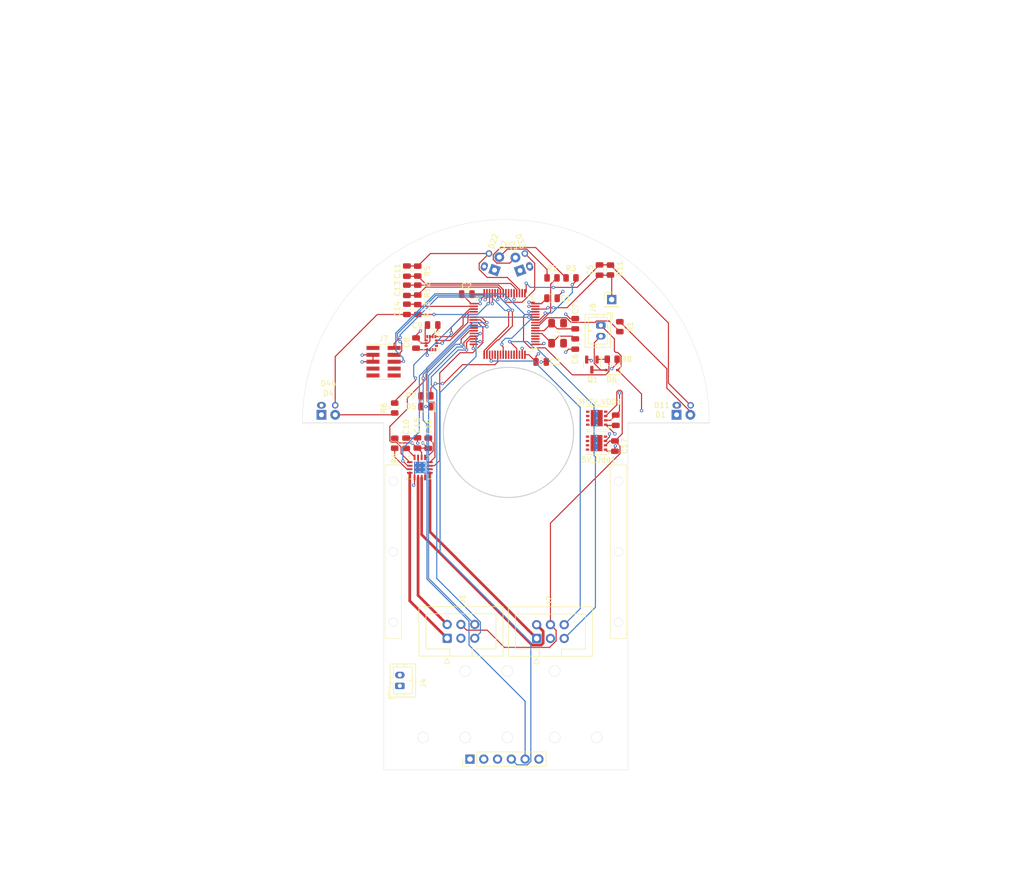
<source format=kicad_pcb>
(kicad_pcb (version 20240108) (generator "pcbnew") (generator_version "8.0")
  (layers (0 "F.Cu" signal) (1 "In1.Cu" signal) (2 "In2.Cu" signal) (31 "B.Cu" signal) (34 "B.Paste" user) (35 "F.Paste" user) (36 "B.SilkS" user "B.Silkscreen") (37 "F.SilkS" user "F.Silkscreen") (38 "B.Mask" user) (39 "F.Mask" user) (44 "Edge.Cuts" user))
  (net 0 "")
  (net 1 "VDD")
  (net 2 "GND")
  (net 3 "Net-(U5-Vdd_IO)")
  (net 4 "Net-(U6-PA2)")
  (net 5 "/FAULT")
  (net 6 "Net-(U4-VINT)")
  (net 7 "Net-(U4-VCP)")
  (net 8 "/motor2__n")
  (net 9 "/TIM1_CH4")
  (net 10 "/TIM1_CH1")
  (net 11 "/motor2__p")
  (net 12 "Net-(U4-~{SLEEP})")
  (net 13 "/TIM1_CH3")
  (net 14 "/TIM1_CH2")
  (net 16 "/SPI2_MISO")
  (net 17 "/CS")
  (net 18 "/SPI2_MOSI")
  (net 21 "/SPI2_SCK")
  (net 26 "Net-(U6-PA6)")
  (net 27 "Net-(U6-PB1)")
  (net 29 "Net-(U6-PB12)")
  (net 42 "/TIM3_CH4")
  (net 43 "/TIM3_CH1")
  (net 44 "/TIM3_CH3")
  (net 45 "/TIM3_CH2")
  (net 46 "Net-(U6-PF0)")
  (net 47 "Net-(U6-PF1)")
  (net 48 "Net-(D1-A)")
  (net 49 "Net-(D22-A)")
  (net 50 "Net-(D33-A)")
  (net 51 "Net-(D44-A)")
  (net 52 "Net-(D11-A)")
  (net 53 "/motor1__p")
  (net 54 "/motor1__n")
  (net 55 "Udd")
  (net 56 "/motor1_chB")
  (net 57 "/motor1_chA")
  (net 58 "/motor2_chA")
  (net 59 "/motor2_chB")
  (net 61 "/5V")
  (net 62 "/CTS")
  (net 63 "/RTS")
  (net 69 "/SYS_JTDO-SWO")
  (net 70 "/SYS_JTCK-SWCLK")
  (net 71 "/SYS_JTMS-SWDIO")
  (net 72 "/USART1_TX")
  (net 73 "/USART1_RX")
  (net 74 "Net-(D5-A)")
  (net 75 "Net-(U6-PC12)")
  (net 76 "/TIM5_CH1")
  (net 77 "Net-(D6-A)")
  (net 78 "Vdrive")
  (net 79 "Net-(D2-A)")
  (net 80 "Net-(D3-A)")
  (net 81 "Net-(D4-A)")
  (footprint "Capacitor_SMD:C_0805_2012Metric" (layer "F.Cu") (at 163.25 54.75 180)
    (property "Reference" "C1")
    (property "Value" "4.7uF")
  )
  (footprint "Package_SON:WSON-8-1EP_4x4mm_P0.8mm_EP2.2x3mm_ThermalVias" (layer "F.Cu") (at 171.45 81.475 180)
    (property "Reference" "5V_Udd1")
    (property "Value" "TLV1117-50")
  )
  (footprint "Resistor_SMD:R_0805_2012Metric" (layer "F.Cu") (at 175.75 60 90)
    (property "Reference" "R1")
    (property "Value" "140")
  )
  (footprint "Package_QFP:LQFP-64_10x10mm_P0.5mm" (layer "F.Cu") (at 154.5 59.5 180)
    (property "Reference" "U6" (hide yes))
    (property "Value" "STM32G484RETx" (hide yes))
  )
  (footprint "Package_TO_SOT_THT:TO-18-2" (layer "F.Cu") (at 159.118731 48.886819 110)
    (property "Reference" "D33")
    (property "Value" "BPW24R")
  )
  (footprint "myCustomFootprints:ECX-53BSMD CRYSTAL" (layer "F.Cu") (at 163.175 59.349938 -90)
    (property "Reference" "Y1")
    (property "Value" "ECS-240-10-30B-CKM-TR" (hide yes))
  )
  (footprint "Resistor_SMD:R_0805_2012Metric" (layer "F.Cu") (at 166.75 51 180)
    (property "Reference" "R3")
    (property "Value" "140")
  )
  (footprint "Capacitor_SMD:C_0805_2012Metric" (layer "F.Cu") (at 138.1837 63.015899 -90)
    (property "Reference" "C8")
    (property "Value" "0.1uF")
  )
  (footprint "Capacitor_SMD:C_0805_2012Metric" (layer "F.Cu") (at 161.25 66.5 180)
    (property "Reference" "C3")
    (property "Value" "10nF")
  )
  (footprint "Package_TO_SOT_THT:TO-18-2" (layer "F.Cu") (at 120.75 74.5)
    (property "Reference" "D44")
    (property "Value" "BPW24R")
  )
  (footprint "Resistor_SMD:R_0805_2012Metric" (layer "F.Cu") (at 174.01875 49.55 -90)
    (property "Reference" "R11")
    (property "Value" "27500")
  )
  (footprint "Resistor_SMD:R_0805_2012Metric" (layer "F.Cu") (at 134.25 81.5 -90)
    (property "Reference" "R4")
    (property "Value" "75K")
  )
  (footprint "Capacitor_SMD:C_0805_2012Metric" (layer "F.Cu") (at 136.5 56.8 90)
    (property "Reference" "C14")
    (property "Value" "8pF")
  )
  (footprint "LED_SMD:LED_0805_2012Metric" (layer "F.Cu") (at 140 74.75 180)
    (property "Reference" "D5")
    (property "Value" "LED")
  )
  (footprint "Resistor_SMD:R_0805_2012Metric" (layer "F.Cu") (at 138.5 56.8375 90)
    (property "Reference" "R13")
    (property "Value" "27500")
  )
  (footprint "Capacitor_SMD:C_0805_2012Metric" (layer "F.Cu") (at 136.5 53.2875 90)
    (property "Reference" "C13")
    (property "Value" "8pF")
  )
  (footprint "LED_THT:LED_D5.0mm" (layer "F.Cu") (at 152.660972 49.566639 70)
    (property "Reference" "D2")
    (property "Value" "IR333-A")
  )
  (footprint "Capacitor_SMD:C_0805_2012Metric" (layer "F.Cu") (at 140.44375 81.49375 90)
    (property "Reference" "C16")
    (property "Value" "0.01uF")
  )
  (footprint "Connector_IDC:IDC-Header_2x03_P2.54mm_Vertical" (layer "F.Cu") (at 160.42 117.5 90)
    (property "Reference" "J2")
    (property "Value" "motor2")
  )
  (footprint "Capacitor_SMD:C_0805_2012Metric" (layer "F.Cu") (at 175 77.25 90)
    (property "Reference" "C12" (hide yes))
    (property "Value" "100uF")
  )
  (footprint "Capacitor_SMD:C_0805_2012Metric" (layer "F.Cu") (at 172.01875 49.55 -90)
    (property "Reference" "C5")
    (property "Value" "8pF")
  )
  (footprint "Connector_JST:JST_PH_B2B-PH-K_1x02_P2.00mm_Vertical" (layer "F.Cu") (at 172.250001 59.750002 -90)
    (property "Reference" "J6")
    (property "Value" "B2B-PH-K-S")
  )
  (footprint "Resistor_SMD:R_0805_2012Metric" (layer "F.Cu") (at 138.5 49.75 -90)
    (property "Reference" "R5")
    (property "Value" "27500")
  )
  (footprint "Connector_PinHeader_2.54mm:PinHeader_1x06_P2.54mm_Vertical" (layer "F.Cu") (at 148.13 139.75 90)
    (property "Reference" "J3" (hide yes))
    (property "Value" "Conn_01x06_Pin")
  )
  (footprint "Capacitor_SMD:C_0805_2012Metric" (layer "F.Cu") (at 167.525 59.449938 -90)
    (property "Reference" "C7")
    (property "Value" "34pF")
  )
  (footprint "Package_TO_SOT_SMD:SOT-23" (layer "F.Cu") (at 170.59375 67.00625 -90)
    (property "Reference" "Q1")
    (property "Value" "2N7002K")
  )
  (footprint "LED_THT:LED_D5.0mm" (layer "F.Cu") (at 157.368731 49.636819 110)
    (property "Reference" "D3")
    (property "Value" "IR333-A")
  )
  (footprint "Capacitor_SMD:C_0805_2012Metric" (layer "F.Cu") (at 138.44375 81.44375 -90)
    (property "Reference" "C15")
    (property "Value" "10uF")
  )
  (footprint "myCustomFootprints:LGA-14L_2P5X3X0P83_STM" (layer "F.Cu") (at 141 63.0397 -90)
    (property "Reference" "U5" (hide yes))
    (property "Value" "ISM330IS")
  )
  (footprint "Resistor_SMD:R_0805_2012Metric" (layer "F.Cu") (at 134.25 75 -90)
    (property "Reference" "R6")
    (property "Value" "140")
  )
  (footprint "Capacitor_SMD:C_0805_2012Metric" (layer "F.Cu") (at 174.85 82.025 90)
    (property "Reference" "C17")
    (property "Value" "100uF")
  )
  (footprint "Diode_SMD:D_SOD-323" (layer "F.Cu") (at 174.29375 68.00625 180)
    (property "Reference" "D6")
    (property "Value" "BAS16HT1G")
  )
  (footprint "Package_TO_SOT_THT:TO-18-2" (layer "F.Cu") (at 150.760809 48.896079 70)
    (property "Reference" "D22")
    (property "Value" "BPW24R")
  )
  (footprint "Connector_JST:JST_PH_B2B-PH-K_1x02_P2.00mm_Vertical" (layer "F.Cu") (at 135.200002 126.250002 90)
    (property "Reference" "J4")
    (property "Value" "B2B-PH-K-S")
  )
  (footprint "Capacitor_SMD:C_0805_2012Metric" (layer "F.Cu") (at 147.55 54)
    (property "Reference" "C2")
    (property "Value" "0.1uF")
  )
  (footprint "Capacitor_SMD:C_0805_2012Metric" (layer "F.Cu") (at 136.5 49.75 -90)
    (property "Reference" "C11")
    (property "Value" "8pF")
  )
  (footprint "Capacitor_SMD:C_0805_2012Metric" (layer "F.Cu") (at 141.25 59.697459 180)
    (property "Reference" "C9")
    (property "Value" "0.1uF")
  )
  (footprint "Capacitor_SMD:C_0805_2012Metric" (layer "F.Cu") (at 167.525 63.199938 -90)
    (property "Reference" "C6")
    (property "Value" "34pF")
  )
  (footprint "Package_SON:WSON-8-1EP_4x4mm_P0.8mm_EP2.2x3mm_ThermalVias" (layer "F.Cu") (at 171.49 76.875 180)
    (property "Reference" "3P3V_VDD1")
    (property "Value" "TLV1117-33")
  )
  (footprint "Connector_PinHeader_2.54mm:PinHeader_1x01_P2.54mm_Vertical" (layer "F.Cu") (at 174.25 55)
    (property "Reference" "TP1" (hide yes))
    (property "Value" "TestPoint")
  )
  (footprint "Package_TO_SOT_THT:TO-18-2" (layer "F.Cu") (at 186.255276 74.5)
    (property "Reference" "D11")
    (property "Value" "BPW24R")
  )
  (footprint "Resistor_SMD:R_0805_2012Metric" (layer "F.Cu") (at 140 72.75 180)
    (property "Reference" "R7")
    (property "Value" "1K")
  )
  (footprint "Capacitor_SMD:C_0805_2012Metric" (layer "F.Cu") (at 136.35625 81.49375 90)
    (property "Reference" "C10")
    (property "Value" "2.2uF")
  )
  (footprint "Connector_PinHeader_1.27mm:PinHeader_2x05_P1.27mm_Vertical_SMD" (layer "F.Cu") (at 132.200002 66.460003)
    (property "Reference" "J7")
    (property "Value" "Conn_ARM_JTAG_SWD_10")
  )
  (footprint "Connector_IDC:IDC-Header_2x03_P2.54mm_Vertical" (layer "F.Cu") (at 143.92 117.46 90)
    (property "Reference" "J1")
    (property "Value" "motor1")
  )
  (footprint "LED_THT:LED_D5.0mm" (layer "F.Cu") (at 186.21 76.25)
    (property "Reference" "D1")
    (property "Value" "IR333-A")
  )
  (footprint "Package_DFN_QFN:Texas_RTY_WQFN-16-1EP_4x4mm_P0.65mm_EP2.1x2.1mm_ThermalVias" (layer "F.Cu") (at 138.8875 85.96875 90)
    (property "Reference" "U4" (hide yes))
    (property "Value" "DRV8833RTY")
  )
  (footprint "Resistor_SMD:R_0805_2012Metric" (layer "F.Cu") (at 138.5 53.25 90)
    (property "Reference" "R12")
    (property "Value" "27500")
  )
  (footprint "Resistor_SMD:R_0805_2012Metric" (layer "F.Cu") (at 163.25 51 180)
    (property "Reference" "R2")
    (property "Value" "140")
  )
  (footprint "LED_THT:LED_D5.0mm" (layer "F.Cu") (at 120.75 76.25)
    (property "Reference" "D4")
    (property "Value" "IR333-A")
  )
  (footprint "Resistor_SMD:R_0805_2012Metric" (layer "F.Cu") (at 174.34375 66.00625)
    (property "Reference" "R8")
    (property "Value" "1K")
  )
  (gr_poly (pts (xy 176.999998 117.500001) (xy 173.999999 117.500003) (xy 174 85.500007) (xy 177 85.500001)) (stroke (width 0.1)) (fill none) (layer "F.SilkS"))
  (gr_rect (start 132.5 85.5) (end 135.5 117.5) (stroke (width 0.1)) (fill none) (layer "F.SilkS"))
  (gr_circle (center 147.25 123.5) (end 148.252 123.5) (stroke (width 0.05)) (fill none) (layer "Edge.Cuts"))
  (gr_circle (center 139.5 135.748) (end 140.502 135.748) (stroke (width 0.05)) (fill none) (layer "Edge.Cuts"))
  (gr_circle (center 163.75 123.5) (end 164.752 123.5) (stroke (width 0.05)) (fill none) (layer "Edge.Cuts"))
  (gr_arc (start 117.25 77.75) (mid 154.75 40.25) (end 192.25 77.75) (stroke (width 0.05)) (layer "Edge.Cuts"))
  (gr_circle (center 147.25 135.748) (end 148.252 135.748) (stroke (width 0.05)) (fill none) (layer "Edge.Cuts"))
  (gr_circle (center 155 135.748) (end 156.002 135.748) (stroke (width 0.05)) (fill none) (layer "Edge.Cuts"))
  (gr_circle (center 134 114.5) (end 134.8 114.5) (stroke (width 0.05)) (fill none) (layer "Edge.Cuts"))
  (gr_circle (center 155.226586 79.5) (end 167.226586 79.5) (stroke (width 0.2)) (fill none) (layer "Edge.Cuts"))
  (gr_circle (center 134 88.5) (end 134.8 88.5) (stroke (width 0.05)) (fill none) (layer "Edge.Cuts"))
  (gr_circle (center 163.75 135.748) (end 164.752 135.748) (stroke (width 0.05)) (fill none) (layer "Edge.Cuts"))
  (gr_circle (center 155 123.5) (end 156.002 123.5) (stroke (width 0.05)) (fill none) (layer "Edge.Cuts"))
  (gr_circle (center 175.500001 114.500002) (end 174.699994 114.499998) (stroke (width 0.05)) (fill none) (layer "Edge.Cuts"))
  (gr_circle (center 175.499999 88.500001) (end 174.699998 88.500001) (stroke (width 0.05)) (fill none) (layer "Edge.Cuts"))
  (gr_circle (center 134 101.5) (end 134.8 101.5) (stroke (width 0.05)) (fill none) (layer "Edge.Cuts"))
  (gr_circle (center 171.5 135.748) (end 172.502 135.748) (stroke (width 0.05)) (fill none) (layer "Edge.Cuts"))
  (gr_line (start 132.25 141.75) (end 177.25 141.75) (stroke (width 0.05)) (layer "Edge.Cuts"))
  (gr_line (start 177.25 77.75) (end 192.25 77.75) (stroke (width 0.1)) (layer "Edge.Cuts"))
  (gr_line (start 117.25 77.75) (end 132.25 77.75) (stroke (width 0.1)) (layer "Edge.Cuts"))
  (gr_circle (center 175.500001 101.500001) (end 174.7 101.500002) (stroke (width 0.05)) (fill none) (layer "Edge.Cuts"))
  (gr_line (start 177.25 77.75) (end 177.25 141.75) (stroke (width 0.05)) (layer "Edge.Cuts"))
  (gr_line (start 132.25 77.75) (end 132.25 141.75) (stroke (width 0.05)) (layer "Edge.Cuts"))
  (segment (start 159.925 55.5) (end 160.175 55.75) (width 0.2) (layer "F.Cu") (net 1))
  (segment (start 159 55.5) (end 159.925 55.5) (width 0.2) (layer "F.Cu") (net 1))
  (segment (start 162.3 54.75) (end 161.3 55.75) (width 0.2) (layer "F.Cu") (net 1))
  (segment (start 150.75 54.299997) (end 150.75 53.825) (width 0.2) (layer "F.Cu") (net 1))
  (segment (start 138.467801 64.25) (end 138.1837 63.965899) (width 0.2) (layer "F.Cu") (net 1))
  (segment (start 140.249999 65.249998) (end 140.250001 65.25) (width 0.2) (layer "F.Cu") (net 1))
  (segment (start 160.3 66.5) (end 158.975 65.175) (width 0.2) (layer "F.Cu") (net 1))
  (segment (start 150.575 54) (end 150.75 53.825) (width 0.2) (layer "F.Cu") (net 1))
  (segment (start 174.025 77.275) (end 175 76.3) (width 0.2) (layer "F.Cu") (net 1))
  (segment (start 175.69 72.25) (end 175.69 75.61) (width 0.2) (layer "F.Cu") (net 1))
  (segment (start 148.75 63.325) (end 148.825 63.25) (width 0.2) (layer "F.Cu") (net 1))
  (segment (start 148.75 64) (end 148.75 63.325) (width 0.2) (layer "F.Cu") (net 1))
  (segment (start 161.6 63.25) (end 161.75 63.1) (width 0.2) (layer "F.Cu") (net 1))
  (segment (start 140.249999 64.25) (end 138.467801 64.25) (width 0.2) (layer "F.Cu") (net 1))
  (segment (start 152.25 53.825) (end 152.25 55.75) (width 0.2) (layer "F.Cu") (net 1))
  (segment (start 160.3 65.45) (end 160.75 65) (width 0.2) (layer "F.Cu") (net 1))
  (segment (start 140.249999 64.25) (end 140.249999 65.249998) (width 0.2) (layer "F.Cu") (net 1))
  (segment (start 158.975 65.175) (end 158.25 65.175) (width 0.2) (layer "F.Cu") (net 1))
  (segment (start 161.3 55.75) (end 160.175 55.75) (width 0.2) (layer "F.Cu") (net 1))
  (segment (start 148.5 54) (end 150.575 54) (width 0.2) (layer "F.Cu") (net 1))
  (segment (start 160.3 66.5) (end 160.3 65.45) (width 0.2) (layer "F.Cu") (net 1))
  (segment (start 175.69 75.61) (end 175 76.3) (width 0.2) (layer "F.Cu") (net 1))
  (segment (start 150 55.049997) (end 150.75 54.299997) (width 0.2) (layer "F.Cu") (net 1))
  (segment (start 173.14 77.275) (end 174.025 77.275) (width 0.2) (layer "F.Cu") (net 1))
  (segment (start 160.175 63.25) (end 161.6 63.25) (width 0.2) (layer "F.Cu") (net 1))
  (via (at 160.75 65) (size 0.6) (drill 0.3) (layers "F.Cu" "B.Cu") (net 1))
  (via (at 148.75 64) (size 0.6) (drill 0.3) (layers "F.Cu" "B.Cu") (net 1))
  (via (at 150 55.049997) (size 0.6) (drill 0.3) (layers "F.Cu" "B.Cu") (net 1))
  (via (at 175.69 72.25) (size 0.6) (drill 0.3) (layers "F.Cu" "B.Cu") (net 1))
  (via (at 159 55.5) (size 0.6) (drill 0.3) (layers "F.Cu" "B.Cu") (net 1))
  (via (at 152.25 55.75) (size 0.6) (drill 0.3) (layers "F.Cu" "B.Cu") (net 1))
  (via (at 140.250001 65.25) (size 0.6) (drill 0.3) (layers "F.Cu" "B.Cu") (net 1))
  (via (at 161.75 63.1) (size 0.6) (drill 0.3) (layers "F.Cu" "B.Cu") (net 1))
  (segment (start 175.25625 66.00625) (end 175.25625 66.74375) (width 0.2) (layer "F.Cu") (net 2))
  (segment (start 148.825 55.75) (end 150 55.75) (width 0.2) (layer "F.Cu") (net 2))
  (segment (start 130.250005 65.190006) (end 128.309994 65.190006) (width 0.2) (layer "F.Cu") (net 2))
  (segment (start 173.4 82.975) (end 173.1 82.675) (width 0.2) (layer "F.Cu") (net 2))
  (segment (start 146.6 54) (end 148.35 55.75) (width 0.2) (layer "F.Cu") (net 2))
  (segment (start 154.75 53.825) (end 154.75 55) (width 0.2) (layer "F.Cu") (net 2))
  (segment (start 136.35625 80.54375) (end 138.39375 80.54375) (width 0.2) (layer "F.Cu") (net 2))
  (segment (start 142.2 59.697459) (end 142.2 59.7397) (width 0.2) (layer "F.Cu") (net 2))
  (segment (start 148.825 62.75) (end 150 62.75) (width 0.2) (layer "F.Cu") (net 2))
  (segment (start 137.9125 89.0875) (end 137.75 89.25) (width 0.2) (layer "F.Cu") (net 2))
  (segment (start 139.8625 87.83125) (end 139.8625 86.94375) (width 0.2) (layer "F.Cu") (net 2))
  (segment (start 130.250005 65.190006) (end 130.250004 66.460003) (width 0.2) (layer "F.Cu") (net 2))
  (segment (start 162.2 66.5) (end 161.25 66.5) (width 0.2) (layer "F.Cu") (net 2))
  (segment (start 138.1837 62.065899) (end 139.157501 63.0397) (width 0.2) (layer "F.Cu") (net 2))
  (segment (start 140.0437 63.0397) (end 140.0437 63.539699) (width 0.2) (layer "F.Cu") (net 2))
  (segment (start 166.325 64.149938) (end 165.775 64.699938) (width 0.2) (layer "F.Cu") (net 2))
  (segment (start 148.35 55.75) (end 148.825 55.75) (width 0.2) (layer "F.Cu") (net 2))
  (segment (start 140.9375 74.75) (end 140 74.75) (width 0.2) (layer "F.Cu") (net 2))
  (segment (start 137.9125 86.94375) (end 138.0875 86.76875) (width 0.2) (layer "F.Cu") (net 2))
  (segment (start 156.25 53.825) (end 156.25 55) (width 0.2) (layer "F.Cu") (net 2))
  (segment (start 174.85 82.975) (end 173.4 82.975) (width 0.2) (layer "F.Cu") (net 2))
  (segment (start 140.75 62.697459) (end 140.75 61.8294) (width 0.2) (layer "F.Cu") (net 2))
  (segment (start 138.39375 80.54375) (end 138.44375 80.49375) (width 0.2) (layer "F.Cu") (net 2))
  (segment (start 164.2 54.75) (end 164.2 54.55) (width 0.2) (layer "F.Cu") (net 2))
  (segment (start 128.289997 66.460003) (end 128.25 66.5) (width 0.2) (layer "F.Cu") (net 2))
  (segment (start 137.9125 87.83125) (end 137.9125 89.0875) (width 0.2) (layer "F.Cu") (net 2))
  (segment (start 173.265 78.2) (end 173.14 78.075) (width 0.2) (layer "F.Cu") (net 2))
  (segment (start 173.14 78.075) (end 174.84 79.775) (width 0.2) (layer "F.Cu") (net 2))
  (segment (start 139.8625 86.94375) (end 139.6875 86.76875) (width 0.2) (layer "F.Cu") (net 2))
  (segment (start 138.44375 80.49375) (end 138.44375 81.4375) (width 0.2) (layer "F.Cu") (net 2))
  (segment (start 167.525 58.499938) (end 166.575 58.499938) (width 0.2) (layer "F.Cu") (net 2))
  (segment (start 151.25 54.709909) (end 151.25 53.825) (width 0.2) (layer "F.Cu") (net 2))
  (segment (start 138.44375 81.4375) (end 138.5 81.49375) (width 0.2) (layer "F.Cu") (net 2))
  (segment (start 175.25625 66.74375) (end 174.24375 67.75625) (width 0.2) (layer "F.Cu") (net 2))
  (segment (start 153.25 53.825) (end 153.25 55) (width 0.2) (layer "F.Cu") (net 2))
  (segment (start 174.85 82.975) (end 174.85 82.09) (width 0.2) (layer "F.Cu") (net 2))
  (segment (start 142.2 60.5897) (end 142.2 59.697459) (width 0.2) (layer "F.Cu") (net 2))
  (segment (start 138.5625 84.84375) (end 138.8875 85.16875) (width 0.2) (layer "F.Cu") (net 2))
  (segment (start 141.25 61.5397) (end 142.2 60.5897) (width 0.2) (layer "F.Cu") (net 2))
  (segment (start 138.1837 61.606) (end 139 60.7897) (width 0.2) (layer "F.Cu") (net 2))
  (segment (start 140.407759 63.0397) (end 140.75 62.697459) (width 0.2) (layer "F.Cu") (net 2))
  (segment (start 140.0437 63.0397) (end 140.407759 63.0397) (width 0.2) (layer "F.Cu") (net 2))
  (segment (start 160.175 57.25) (end 159 57.25) (width 0.2) (layer "F.Cu") (net 2))
  (segment (start 128.309994 65.190006) (end 128.25 65.25) (width 0.2) (layer "F.Cu") (net 2))
  (segment (start 139.157501 63.0397) (end 140.0437 63.0397) (width 0.2) (layer "F.Cu") (net 2))
  (segment (start 175 78.2) (end 173.265 78.2) (width 0.2) (layer "F.Cu") (net 2))
  (segment (start 138.1837 62.065899) (end 138.1837 61.606) (width 0.2) (layer "F.Cu") (net 2))
  (segment (start 164.2 54.55) (end 165.25 53.5) (width 0.2) (layer "F.Cu") (net 2))
  (segment (start 174.85 82.09) (end 174.94 82) (width 0.2) (layer "F.Cu") (net 2))
  (segment (start 167.525 64.149938) (end 166.325 64.149938) (width 0.2) (layer "F.Cu") (net 2))
  (segment (start 157.75 65.175) (end 157.75 64) (width 0.2) (layer "F.Cu") (net 2))
  (segment (start 150.927477 55.032432) (end 151.25 54.709909) (width 0.2) (layer "F.Cu") (net 2))
  (segment (start 174.84 79.775) (end 174.85 79.775) (width 0.2) (layer "F.Cu") (net 2))
  (segment (start 137.9125 87.83125) (end 137.9125 86.94375) (width 0.2) (layer "F.Cu") (net 2))
  (segment (start 130.250004 66.460003) (end 128.289997 66.460003) (width 0.2) (layer "F.Cu") (net 2))
  (segment (start 140.75 61.8294) (end 141.25 61.8294) (width 0.2) (layer "F.Cu") (net 2))
  (segment (start 166.575 58.499938) (end 165.775 57.699938) (width 0.2) (layer "F.Cu") (net 2))
  (segment (start 138.5625 84.10625) (end 138.5625 84.84375) (width 0.2) (layer "F.Cu") (net 2))
  (segment (start 170.30625 66.06875) (end 170.49375 66.25625) (width 0.2) (layer "F.Cu") (net 2))
  (segment (start 141.25 61.8294) (end 141.25 61.5397) (width 0.2) (layer "F.Cu") (net 2))
  (segment (start 169.64375 66.06875) (end 170.30625 66.06875) (width 0.2) (layer "F.Cu") (net 2))
  (segment (start 160.175 56.25) (end 159 56.25) (width 0.2) (layer "F.Cu") (net 2))
  (via (at 138.5 81.49375) (size 0.6) (drill 0.3) (layers "F.Cu" "B.Cu") (net 2))
  (via (at 153.25 55) (size 0.6) (drill 0.3) (layers "F.Cu" "B.Cu") (net 2))
  (via (at 170.49375 66.25625) (size 0.6) (drill 0.3) (layers "F.Cu" "B.Cu") (net 2))
  (via (at 174.24375 67.75625) (size 0.6) (drill 0.3) (layers "F.Cu" "B.Cu") (net 2))
  (via (at 137.75 89.25) (size 0.6) (drill 0.3) (layers "F.Cu" "B.Cu") (net 2))
  (via (at 159 57.25) (size 0.6) (drill 0.3) (layers "F.Cu" "B.Cu") (net 2))
  (via (at 161.25 66.5) (size 0.6) (drill 0.3) (layers "F.Cu" "B.Cu") (net 2))
  (via (at 150.927477 55.032432) (size 0.6) (drill 0.3) (layers "F.Cu" "B.Cu") (net 2))
  (via (at 150 62.75) (size 0.6) (drill 0.3) (layers "F.Cu" "B.Cu") (net 2))
  (via (at 159 56.25) (size 0.6) (drill 0.3) (layers "F.Cu" "B.Cu") (net 2))
  (via (at 154.75 55) (size 0.6) (drill 0.3) (layers "F.Cu" "B.Cu") (net 2))
  (via (at 140 74.75) (size 0.6) (drill 0.3) (layers "F.Cu" "B.Cu") (net 2))
  (via (at 174.94 82) (size 0.6) (drill 0.3) (layers "F.Cu" "B.Cu") (net 2))
  (via (at 150 55.75) (size 0.6) (drill 0.3) (layers "F.Cu" "B.Cu") (net 2))
  (via (at 174.85 79.775) (size 0.6) (drill 0.3) (layers "F.Cu" "B.Cu") (net 2))
  (via (at 156.25 55) (size 0.6) (drill 0.3) (layers "F.Cu" "B.Cu") (net 2))
  (via (at 128.25 65.25) (size 0.6) (drill 0.3) (layers "F.Cu" "B.Cu") (net 2))
  (via (at 157.75 64) (size 0.6) (drill 0.3) (layers "F.Cu" "B.Cu") (net 2))
  (via (at 165.25 53.5) (size 0.6) (drill 0.3) (layers "F.Cu" "B.Cu") (net 2))
  (via (at 165.775 64.699938) (size 0.6) (drill 0.3) (layers "F.Cu" "B.Cu") (net 2))
  (via (at 165.775 57.699938) (size 0.6) (drill 0.3) (layers "F.Cu" "B.Cu") (net 2))
  (via (at 128.25 66.5) (size 0.6) (drill 0.3) (layers "F.Cu" "B.Cu") (net 2))
  (via (at 139 60.7897) (size 0.6) (drill 0.3) (layers "F.Cu" "B.Cu") (net 2))
  (segment (start 139.874231 60.123228) (end 140.3 59.697459) (width 0.2) (layer "F.Cu") (net 3))
  (segment (start 140.0437 62.539701) (end 139.874231 62.370232) (width 0.2) (layer "F.Cu") (net 3))
  (segment (start 139.874231 62.370232) (end 139.874231 60.123228) (width 0.2) (layer "F.Cu") (net 3))
  (segment (start 172.01875 50.5) (end 166.01875 56.5) (width 0.2) (layer "F.Cu") (net 4))
  (segment (start 173.98125 50.5) (end 174.01875 50.4625) (width 0.2) (layer "F.Cu") (net 4))
  (segment (start 174.25 55) (end 174.25 50.69375) (width 0.2) (layer "F.Cu") (net 4))
  (segment (start 162.25 56.75) (end 160.175 56.75) (width 0.2) (layer "F.Cu") (net 4))
  (segment (start 174.25 50.69375) (end 174.01875 50.4625) (width 0.2) (layer "F.Cu") (net 4))
  (segment (start 162.5 56.5) (end 162.25 56.75) (width 0.2) (layer "F.Cu") (net 4))
  (segment (start 166.01875 56.5) (end 163.5 56.5) (width 0.2) (layer "F.Cu") (net 4))
  (segment (start 172.01875 50.5) (end 173.98125 50.5) (width 0.2) (layer "F.Cu") (net 4))
  (via (at 162.5 56.5) (size 0.6) (drill 0.3) (layers "F.Cu" "B.Cu") (net 4))
  (via (at 163.5 56.5) (size 0.6) (drill 0.3) (layers "F.Cu" "B.Cu") (net 4))
  (segment (start 163.5 56.5) (end 162.5 56.5) (width 0.2) (layer "B.Cu") (net 4))
  (segment (start 136.35625 82.44375) (end 137.9125 84) (width 0.2) (layer "F.Cu") (net 6))
  (segment (start 137.9125 84) (end 137.9125 84.10625) (width 0.2) (layer "F.Cu") (net 6))
  (segment (start 139.8625 84.10625) (end 140.149574 84.10625) (width 0.2) (layer "F.Cu") (net 7))
  (segment (start 140.149574 84.10625) (end 141.36875 82.887074) (width 0.2) (layer "F.Cu") (net 7))
  (segment (start 141.36875 82.887074) (end 141.36875 81.46875) (width 0.2) (layer "F.Cu") (net 7))
  (segment (start 141.36875 81.46875) (end 140.44375 80.54375) (width 0.2) (layer "F.Cu") (net 7))
  (segment (start 139.2125 87.83125) (end 139.2125 98.347956) (width 0.5) (layer "F.Cu") (net 8))
  (segment (start 161.62 116.16) (end 160.42 114.96) (width 0.5) (layer "F.Cu") (net 8))
  (segment (start 159.564544 118.7) (end 161.275456 118.7) (width 0.5) (layer "F.Cu") (net 8))
  (segment (start 161.275456 118.7) (end 161.62 118.355456) (width 0.5) (layer "F.Cu") (net 8))
  (segment (start 161.62 118.355456) (end 161.62 116.16) (width 0.5) (layer "F.Cu") (net 8))
  (segment (start 139.2125 98.347956) (end 159.564544 118.7) (width 0.5) (layer "F.Cu") (net 8))
  (segment (start 160.175 58.25) (end 159 58.25) (width 0.2) (layer "F.Cu") (net 9))
  (segment (start 134.25 73.75) (end 134.25 74.0875) (width 0.2) (layer "F.Cu") (net 9))
  (segment (start 138.096441 69.903559) (end 134.25 73.75) (width 0.2) (layer "F.Cu") (net 9))
  (segment (start 138.096441 69.5) (end 138.096441 69.903559) (width 0.2) (layer "F.Cu") (net 9))
  (via (at 159 58.25) (size 0.6) (drill 0.3) (layers "F.Cu" "B.Cu") (net 9))
  (via (at 138.096441 69.5) (size 0.6) (drill 0.3) (layers "F.Cu" "B.Cu") (net 9))
  (segment (start 159 58.25) (end 146.542894 58.25) (width 0.2) (layer "B.Cu") (net 9))
  (segment (start 137.75 67.042894) (end 137.75 69.153559) (width 0.2) (layer "B.Cu") (net 9))
  (segment (start 137.75 69.153559) (end 138.096441 69.5) (width 0.2) (layer "B.Cu") (net 9))
  (segment (start 146.542894 58.25) (end 137.75 67.042894) (width 0.2) (layer "B.Cu") (net 9))
  (segment (start 173.787502 58.950002) (end 171.431677 58.950002) (width 0.2) (layer "F.Cu") (net 10))
  (segment (start 165.899786 58.349938) (end 162.274325 58.349938) (width 0.2) (layer "F.Cu") (net 10))
  (segment (start 171.431677 58.950002) (end 171.175001 59.206678) (width 0.2) (layer "F.Cu") (net 10))
  (segment (start 175.75 60.9125) (end 173.787502 58.950002) (width 0.2) (layer "F.Cu") (net 10))
  (segment (start 171.175001 59.206678) (end 166.756526 59.206678) (width 0.2) (layer "F.Cu") (net 10))
  (segment (start 162.274325 58.349938) (end 160.874263 59.75) (width 0.2) (layer "F.Cu") (net 10))
  (segment (start 166.756526 59.206678) (end 165.899786 58.349938) (width 0.2) (layer "F.Cu") (net 10))
  (segment (start 160.874263 59.75) (end 160.175 59.75) (width 0.2) (layer "F.Cu") (net 10))
  (segment (start 160.42 117.5) (end 140.75 97.83) (width 0.5) (layer "F.Cu") (net 11))
  (segment (start 140.75 97.83) (end 140.75 86.94375) (width 0.5) (layer "F.Cu") (net 11))
  (segment (start 136.512501 86.29375) (end 137.025 86.29375) (width 0.2) (layer "F.Cu") (net 12))
  (segment (start 134.250001 84.03125) (end 136.512501 86.29375) (width 0.2) (layer "F.Cu") (net 12))
  (segment (start 134.250001 82.412493) (end 134.250001 84.03125) (width 0.2) (layer "F.Cu") (net 12))
  (segment (start 167.6625 51) (end 167.6625 51.5875) (width 0.2) (layer "F.Cu") (net 13))
  (segment (start 160.949999 58.75) (end 160.175 58.75) (width 0.2) (layer "F.Cu") (net 13))
  (segment (start 161.996446 57.496446) (end 161.996446 57.703553) (width 0.2) (layer "F.Cu") (net 13))
  (segment (start 161.996446 57.703553) (end 160.949999 58.75) (width 0.2) (layer "F.Cu") (net 13))
  (segment (start 167.6625 51.5875) (end 167 52.25) (width 0.2) (layer "F.Cu") (net 13))
  (via (at 167 52.25) (size 0.6) (drill 0.3) (layers "F.Cu" "B.Cu") (net 13))
  (via (at 161.996446 57.496446) (size 0.6) (drill 0.3) (layers "F.Cu" "B.Cu") (net 13))
  (segment (start 167 52.25) (end 167 53.707107) (width 0.2) (layer "B.Cu") (net 13))
  (segment (start 167 53.707107) (end 163.210661 57.496446) (width 0.2) (layer "B.Cu") (net 13))
  (segment (start 163.210661 57.496446) (end 161.996446 57.496446) (width 0.2) (layer "B.Cu") (net 13))
  (segment (start 164.1625 51) (end 163 52.1625) (width 0.2) (layer "F.Cu") (net 14))
  (segment (start 163 52.1625) (end 163 57.199999) (width 0.2) (layer "F.Cu") (net 14))
  (segment (start 163 57.199999) (end 160.949999 59.25) (width 0.2) (layer "F.Cu") (net 14))
  (segment (start 160.949999 59.25) (end 160.175 59.25) (width 0.2) (layer "F.Cu") (net 14))
  (segment (start 146.862132 59.674375) (end 144.707107 61.8294) (width 0.2) (layer "F.Cu") (net 16))
  (segment (start 146.862132 58.362133) (end 146.862132 59.674375) (width 0.2) (layer "F.Cu") (net 16))
  (segment (start 144.707107 61.8294) (end 141.750001 61.8294) (width 0.2) (layer "F.Cu") (net 16))
  (segment (start 147.974265 57.25) (end 146.862132 58.362133) (width 0.2) (layer "F.Cu") (net 16))
  (segment (start 148.825 57.25) (end 147.974265 57.25) (width 0.2) (layer "F.Cu") (net 16))
  (segment (start 147.75 59.210771) (end 147.75 58.050001) (width 0.2) (layer "F.Cu") (net 18))
  (segment (start 144.42107 62.539701) (end 147.75 59.210771) (width 0.2) (layer "F.Cu") (net 18))
  (segment (start 141.9563 62.539701) (end 144.42107 62.539701) (width 0.2) (layer "F.Cu") (net 18))
  (segment (start 148.050001 57.75) (end 148.825 57.75) (width 0.2) (layer "F.Cu") (net 18))
  (segment (start 147.75 58.050001) (end 148.050001 57.75) (width 0.2) (layer "F.Cu") (net 18))
  (segment (start 144.692334 61.137065) (end 144.692334 60.107667) (width 0.2) (layer "F.Cu") (net 21))
  (segment (start 141.9563 63.0397) (end 143 63.0397) (width 0.2) (layer "F.Cu") (net 21))
  (segment (start 144.692334 60.107667) (end 148.050001 56.75) (width 0.2) (layer "F.Cu") (net 21))
  (segment (start 148.050001 56.75) (end 148.825 56.75) (width 0.2) (layer "F.Cu") (net 21))
  (via (at 144.692334 61.137065) (size 0.6) (drill 0.3) (layers "F.Cu" "B.Cu") (net 21))
  (via (at 143 63.0397) (size 0.6) (drill 0.3) (layers "F.Cu" "B.Cu") (net 21))
  (segment (start 144.692334 61.137065) (end 144.692334 61.347366) (width 0.2) (layer "B.Cu") (net 21))
  (segment (start 144.692334 61.347366) (end 143 63.0397) (width 0.2) (layer "B.Cu") (net 21))
  (segment (start 156.75 53.159012) (end 156.75 53.825) (width 0.2) (layer "F.Cu") (net 26))
  (segment (start 155.628488 52.0375) (end 156.75 53.159012) (width 0.2) (layer "F.Cu") (net 26))
  (segment (start 139.875 52.0375) (end 155.628488 52.0375) (width 0.2) (layer "F.Cu") (net 26))
  (segment (start 138.5 50.6625) (end 139.875 52.0375) (width 0.2) (layer "F.Cu") (net 26))
  (segment (start 138.4625 50.7) (end 138.5 50.6625) (width 0.2) (layer "F.Cu") (net 26))
  (segment (start 136.5 50.7) (end 138.4625 50.7) (width 0.2) (layer "F.Cu") (net 26))
  (segment (start 136.5 52.3375) (end 138.5 52.3375) (width 0.2) (layer "F.Cu") (net 27))
  (segment (start 153.428488 52.3375) (end 154.25 53.159012) (width 0.2) (layer "F.Cu") (net 27))
  (segment (start 154.25 53.159012) (end 154.25 53.825) (width 0.2) (layer "F.Cu") (net 27))
  (segment (start 138.5 52.3375) (end 153.428488 52.3375) (width 0.2) (layer "F.Cu") (net 27))
  (segment (start 138.5 55.925) (end 138.825 56.25) (width 0.2) (layer "F.Cu") (net 29))
  (segment (start 138.425 55.85) (end 138.5 55.925) (width 0.2) (layer "F.Cu") (net 29))
  (segment (start 136.5 55.85) (end 138.425 55.85) (width 0.2) (layer "F.Cu") (net 29))
  (segment (start 138.825 56.25) (end 148.825 56.25) (width 0.2) (layer "F.Cu") (net 29))
  (segment (start 140.2 73.793324) (end 140.2 67.600001) (width 0.2) (layer "F.Cu") (net 42))
  (segment (start 140.2 67.600001) (end 148.050001 59.75) (width 0.2) (layer "F.Cu") (net 42))
  (segment (start 141.66875 84.075) (end 141.66875 74.146938) (width 0.2) (layer "F.Cu") (net 42))
  (segment (start 141.371812 73.85) (end 140.256676 73.85) (width 0.2) (layer "F.Cu") (net 42))
  (segment (start 140.75 84.99375) (end 141.66875 84.075) (width 0.2) (layer "F.Cu") (net 42))
  (segment (start 141.66875 74.146938) (end 141.371812 73.85) (width 0.2) (layer "F.Cu") (net 42))
  (segment (start 148.050001 59.75) (end 148.825 59.75) (width 0.2) (layer "F.Cu") (net 42))
  (segment (start 140.256676 73.85) (end 140.2 73.793324) (width 0.2) (layer "F.Cu") (net 42))
  (segment (start 150.25 58.25) (end 148.825 58.25) (width 0.2) (layer "F.Cu") (net 43))
  (segment (start 136.64375 85.64375) (end 135.75 84.75) (width 0.2) (layer "F.Cu") (net 43))
  (segment (start 148.125737 58.25) (end 148.825 58.25) (width 0.2) (layer "F.Cu") (net 43))
  (segment (start 151.25 59.25) (end 150.25 58.25) (width 0.2) (layer "F.Cu") (net 43))
  (segment (start 137.025 85.64375) (end 136.64375 85.64375) (width 0.2) (layer "F.Cu") (net 43))
  (via (at 151.25 59.25) (size 0.6) (drill 0.3) (layers "F.Cu" "B.Cu") (net 43))
  (via (at 135.75 84.75) (size 0.6) (drill 0.3) (layers "F.Cu" "B.Cu") (net 43))
  (segment (start 138.796444 69.072186) (end 148.61863 59.25) (width 0.2) (layer "B.Cu") (net 43))
  (segment (start 148.61863 59.25) (end 151.25 59.25) (width 0.2) (layer "B.Cu") (net 43))
  (segment (start 138.796444 69.072186) (end 138.796444 79.383949) (width 0.2) (layer "B.Cu") (net 43))
  (segment (start 135.75 82.430393) (end 135.75 84.75) (width 0.2) (layer "B.Cu") (net 43))
  (segment (start 138.796444 79.383949) (end 135.75 82.430393) (width 0.2) (layer "B.Cu") (net 43))
  (segment (start 142.55 84.66526) (end 141.57151 85.64375) (width 0.2) (layer "F.Cu") (net 44))
  (segment (start 141.57151 85.64375) (end 140.75 85.64375) (width 0.2) (layer "F.Cu") (net 44))
  (segment (start 150.5 62.957107) (end 148.657819 64.799288) (width 0.2) (layer "F.Cu") (net 44))
  (segment (start 146.299997 64.799288) (end 142.55 68.549285) (width 0.2) (layer "F.Cu") (net 44))
  (segment (start 142.55 68.549285) (end 142.55 84.66526) (width 0.2) (layer "F.Cu") (net 44))
  (segment (start 148.657819 64.799288) (end 146.299997 64.799288) (width 0.2) (layer "F.Cu") (net 44))
  (segment (start 149.599999 59.25) (end 150.5 60.150001) (width 0.2) (layer "F.Cu") (net 44))
  (segment (start 150.5 60.150001) (end 150.5 62.957107) (width 0.2) (layer "F.Cu") (net 44))
  (segment (start 148.825 59.25) (end 149.599999 59.25) (width 0.2) (layer "F.Cu") (net 44))
  (segment (start 148.050001 58.75) (end 148.825 58.75) (width 0.2) (layer "F.Cu") (net 45))
  (segment (start 135.43125 82.193022) (end 134.538235 81.300007) (width 0.2) (layer "F.Cu") (net 45))
  (segment (start 133.349999 78.400001) (end 136.575 75.175) (width 0.2) (layer "F.Cu") (net 45))
  (segment (start 133.606675 81.300007) (end 133.349999 81.043331) (width 0.2) (layer "F.Cu") (net 45))
  (segment (start 139.5 70.25) (end 136.575 73.175) (width 0.2) (layer "F.Cu") (net 45))
  (segment (start 139.5 69.5) (end 139.5 70.25) (width 0.2) (layer "F.Cu") (net 45))
  (segment (start 151.25 60) (end 150 58.75) (width 0.2) (layer "F.Cu") (net 45))
  (segment (start 137.025 84.99375) (end 135.43125 83.4) (width 0.2) (layer "F.Cu") (net 45))
  (segment (start 136.575 75.175) (end 136.575 73.175) (width 0.2) (layer "F.Cu") (net 45))
  (segment (start 135.43125 83.4) (end 135.43125 82.193022) (width 0.2) (layer "F.Cu") (net 45))
  (segment (start 134.538235 81.300007) (end 133.606675 81.300007) (width 0.2) (layer "F.Cu") (net 45))
  (segment (start 133.349999 81.043331) (end 133.349999 78.400001) (width 0.2) (layer "F.Cu") (net 45))
  (segment (start 150 58.75) (end 148.825 58.75) (width 0.2) (layer "F.Cu") (net 45))
  (via (at 139.5 69.5) (size 0.6) (drill 0.3) (layers "F.Cu" "B.Cu") (net 45))
  (via (at 151.25 60) (size 0.6) (drill 0.3) (layers "F.Cu" "B.Cu") (net 45))
  (segment (start 139.5 68.792894) (end 148.292894 60) (width 0.2) (layer "B.Cu") (net 45))
  (segment (start 148.292894 60) (end 151.25 60) (width 0.2) (layer "B.Cu") (net 45))
  (segment (start 139.5 69.5) (end 139.5 68.792894) (width 0.2) (layer "B.Cu") (net 45))
  (segment (start 161.375062 61.25) (end 160.175 61.25) (width 0.2) (layer "F.Cu") (net 46))
  (segment (start 167.025062 61.75) (end 164.474938 61.75) (width 0.2) (layer "F.Cu") (net 46))
  (segment (start 164.474938 61.75) (end 163.175 63.049938) (width 0.2) (layer "F.Cu") (net 46))
  (segment (start 163.175 63.049938) (end 161.375062 61.25) (width 0.2) (layer "F.Cu") (net 46))
  (segment (start 167.525 62.249938) (end 167.025062 61.75) (width 0.2) (layer "F.Cu") (net 46))
  (segment (start 164.225 60.399938) (end 163.175 59.349938) (width 0.2) (layer "F.Cu") (net 47))
  (segment (start 163.175 59.349938) (end 161.774938 60.75) (width 0.2) (layer "F.Cu") (net 47))
  (segment (start 161.774938 60.75) (end 160.175 60.75) (width 0.2) (layer "F.Cu") (net 47))
  (segment (start 167.525 60.399938) (end 164.225 60.399938) (width 0.2) (layer "F.Cu") (net 47))
  (segment (start 188.75 75.663353) (end 188.75 76.25) (width 0.2) (layer "F.Cu") (net 48))
  (segment (start 184.410911 71.324264) (end 188.75 75.663353) (width 0.2) (layer "F.Cu") (net 48))
  (segment (start 184.410911 67.748411) (end 184.410911 71.324264) (width 0.2) (layer "F.Cu") (net 48))
  (segment (start 175.75 59.0875) (end 184.410911 67.748411) (width 0.2) (layer "F.Cu") (net 48))
  (segment (start 149.827316 48.311484) (end 149.827316 49.44235) (width 0.2) (layer "F.Cu") (net 49))
  (segment (start 151.305146 50.92018) (end 155.011168 50.92018) (width 0.2) (layer "F.Cu") (net 49))
  (segment (start 138.4625 48.8) (end 138.5 48.8375) (width 0.2) (layer "F.Cu") (net 49))
  (segment (start 136.5 48.8) (end 138.4625 48.8) (width 0.2) (layer "F.Cu") (net 49))
  (segment (start 151.62954 46.50926) (end 149.827316 48.311484) (width 0.2) (layer "F.Cu") (net 49))
  (segment (start 151.62954 46.50926) (end 140.82824 46.50926) (width 0.2) (layer "F.Cu") (net 49))
  (segment (start 155.011168 50.92018) (end 157.25 53.159012) (width 0.2) (layer "F.Cu") (net 49))
  (segment (start 149.827316 49.44235) (end 151.305146 50.92018) (width 0.2) (layer "F.Cu") (net 49))
  (segment (start 157.25 53.159012) (end 157.25 53.825) (width 0.2) (layer "F.Cu") (net 49))
  (segment (start 140.82824 46.50926) (end 138.5 48.8375) (width 0.2) (layer "F.Cu") (net 49))
  (segment (start 153.290988 52.7) (end 153.75 53.159012) (width 0.2) (layer "F.Cu") (net 50))
  (segment (start 139.9625 52.7) (end 153.290988 52.7) (width 0.2) (layer "F.Cu") (net 50))
  (segment (start 158.25 46.5) (end 160.052224 48.302224) (width 0.2) (layer "F.Cu") (net 50))
  (segment (start 154.542893 55.5) (end 153.75 54.707107) (width 0.2) (layer "F.Cu") (net 50))
  (segment (start 138.5 54.1625) (end 139.9625 52.7) (width 0.2) (layer "F.Cu") (net 50))
  (segment (start 160.052224 48.302224) (end 160.052224 53.188764) (width 0.2) (layer "F.Cu") (net 50))
  (segment (start 136.5 54.2375) (end 138.425 54.2375) (width 0.2) (layer "F.Cu") (net 50))
  (segment (start 153.75 54.707107) (end 153.75 53.825) (width 0.2) (layer "F.Cu") (net 50))
  (segment (start 160.052224 53.188764) (end 157.740988 55.5) (width 0.2) (layer "F.Cu") (net 50))
  (segment (start 153.75 53.159012) (end 153.75 53.825) (width 0.2) (layer "F.Cu") (net 50))
  (segment (start 157.740988 55.5) (end 154.542893 55.5) (width 0.2) (layer "F.Cu") (net 50))
  (segment (start 138.425 54.2375) (end 138.5 54.1625) (width 0.2) (layer "F.Cu") (net 50))
  (segment (start 131.05 57.75) (end 136.5 57.75) (width 0.2) (layer "F.Cu") (net 51))
  (segment (start 138.5 57.75) (end 141.5 57.75) (width 0.2) (layer "F.Cu") (net 51))
  (segment (start 136.5 57.75) (end 138.5 57.75) (width 0.2) (layer "F.Cu") (net 51))
  (segment (start 151.75 55.5) (end 151.75 53.825) (width 0.2) (layer "F.Cu") (net 51))
  (segment (start 123.29 65.51) (end 131.05 57.75) (width 0.2) (layer "F.Cu") (net 51))
  (segment (start 123.29 74.5) (end 123.29 65.51) (width 0.2) (layer "F.Cu") (net 51))
  (segment (start 151.5 55.75) (end 151.75 55.5) (width 0.2) (layer "F.Cu") (net 51))
  (via (at 151.5 55.75) (size 0.6) (drill 0.3) (layers "F.Cu" "B.Cu") (net 51))
  (via (at 141.5 57.75) (size 0.6) (drill 0.3) (layers "F.Cu" "B.Cu") (net 51))
  (segment (start 149.5 57.75) (end 141.5 57.75) (width 0.2) (layer "B.Cu") (net 51))
  (segment (start 151.5 55.75) (end 149.5 57.75) (width 0.2) (layer "B.Cu") (net 51))
  (segment (start 184.710911 59.329661) (end 174.01875 48.6375) (width 0.2) (layer "F.Cu") (net 52))
  (segment (start 158.5 52) (end 158.5 53.575) (width 0.2) (layer "F.Cu") (net 52))
  (segment (start 167.86875 52.75) (end 163.5 52.75) (width 0.2) (layer "F.Cu") (net 52))
  (segment (start 172.01875 48.6) (end 167.86875 52.75) (width 0.2) (layer "F.Cu") (net 52))
  (segment (start 188.795276 74.5) (end 184.710911 70.415635) (width 0.2) (layer "F.Cu") (net 52))
  (segment (start 158.5 53.575) (end 158.25 53.825) (width 0.2) (layer "F.Cu") (net 52))
  (segment (start 172.01875 48.6) (end 173.98125 48.6) (width 0.2) (layer "F.Cu") (net 52))
  (segment (start 184.710911 70.415635) (end 184.710911 59.329661) (width 0.2) (layer "F.Cu") (net 52))
  (segment (start 173.98125 48.6) (end 174.01875 48.6375) (width 0.2) (layer "F.Cu") (net 52))
  (via (at 158.5 52) (size 0.6) (drill 0.3) (layers "F.Cu" "B.Cu") (net 52))
  (via (at 163.5 52.75) (size 0.6) (drill 0.3) (layers "F.Cu" "B.Cu") (net 52))
  (segment (start 163.5 52.75) (end 159.25 52.75) (width 0.2) (layer "B.Cu") (net 52))
  (segment (start 159.25 52.75) (end 158.5 52) (width 0.2) (layer "B.Cu") (net 52))
  (segment (start 137.025 110.565) (end 143.92 117.46) (width 0.5) (layer "F.Cu") (net 53))
  (segment (start 137.025 86.94375) (end 137.025 110.565) (width 0.5) (layer "F.Cu") (net 53))
  (segment (start 138.5625 87.83125) (end 138.5625 109.5625) (width 0.5) (layer "F.Cu") (net 54))
  (segment (start 138.5625 109.5625) (end 143.92 114.92) (width 0.5) (layer "F.Cu") (net 54))
  (segment (start 164.01 117.934925) (end 162.794925 119.15) (width 0.2) (layer "F.Cu") (net 55))
  (segment (start 176.19 72.042893) (end 176.19 79.735) (width 0.2) (layer "F.Cu") (net 55))
  (segment (start 173.9 81.075) (end 173.1 81.875) (width 0.2) (layer "F.Cu") (net 55))
  (segment (start 175.19 74.425) (end 175.19 72.042893) (width 0.2) (layer "F.Cu") (net 55))
  (segment (start 163.5 114.96) (end 163.5 115.596396) (width 0.2) (layer "F.Cu") (net 55))
  (segment (start 154.48 119.15) (end 151.3 115.97) (width 0.2) (layer "F.Cu") (net 55))
  (segment (start 151.3 115.97) (end 147.51 115.97) (width 0.2) (layer "F.Cu") (net 55))
  (segment (start 175.897107 71.75) (end 176.19 72.042893) (width 0.2) (layer "F.Cu") (net 55))
  (segment (start 175.19 72.042893) (end 175.482893 71.75) (width 0.2) (layer "F.Cu") (net 55))
  (segment (start 162.96 96.233324) (end 175.775 83.418324) (width 0.2) (layer "F.Cu") (net 55))
  (segment (start 162.794925 119.15) (end 154.48 119.15) (width 0.2) (layer "F.Cu") (net 55))
  (segment (start 175.775 83.418324) (end 175.775 82) (width 0.2) (layer "F.Cu") (net 55))
  (segment (start 175.775 82) (end 174.85 81.075) (width 0.2) (layer "F.Cu") (net 55))
  (segment (start 162.96 114.96) (end 162.96 96.233324) (width 0.2) (layer "F.Cu") (net 55))
  (segment (start 174.85 81.075) (end 173.9 81.075) (width 0.2) (layer "F.Cu") (net 55))
  (segment (start 164.01 116.01) (end 164.01 117.934925) (width 0.2) (layer "F.Cu") (net 55))
  (segment (start 175.482893 71.75) (end 175.897107 71.75) (width 0.2) (layer "F.Cu") (net 55))
  (segment (start 173.14 76.475) (end 175.19 74.425) (width 0.2) (layer "F.Cu") (net 55))
  (segment (start 147.51 115.97) (end 146.46 114.92) (width 0.2) (layer "F.Cu") (net 55))
  (segment (start 162.96 114.96) (end 164.01 116.01) (width 0.2) (layer "F.Cu") (net 55))
  (segment (start 176.19 79.735) (end 174.85 81.075) (width 0.2) (layer "F.Cu") (net 55))
  (segment (start 148.159012 62.25) (end 148.825 62.25) (width 0.2) (layer "F.Cu") (net 56))
  (segment (start 147.5 62.909012) (end 148.159012 62.25) (width 0.2) (layer "F.Cu") (net 56))
  (segment (start 147.5 64.299288) (end 147.5 62.909012) (width 0.2) (layer "F.Cu") (net 56))
  (via (at 147.5 64.299288) (size 0.6) (drill 0.3) (layers "F.Cu" "B.Cu") (net 56))
  (segment (start 145.950712 64.299288) (end 141 69.25) (width 0.2) (layer "B.Cu") (net 56))
  (segment (start 147.5 64.299288) (end 145.950712 64.299288) (width 0.2) (layer "B.Cu") (net 56))
  (segment (start 150.05 116.41) (end 149 117.46) (width 0.2) (layer "B.Cu") (net 56))
  (segment (start 141 69.25) (end 141 70.75) (width 0.2) (layer "B.Cu") (net 56))
  (segment (start 142 71.75) (end 142 106.435075) (width 0.2) (layer "B.Cu") (net 56))
  (segment (start 141 70.75) (end 142 71.75) (width 0.2) (layer "B.Cu") (net 56))
  (segment (start 142 106.435075) (end 150.05 114.485075) (width 0.2) (layer "B.Cu") (net 56))
  (segment (start 150.05 114.485075) (end 150.05 116.41) (width 0.2) (layer "B.Cu") (net 56))
  (segment (start 147 62.909012) (end 148.159012 61.75) (width 0.2) (layer "F.Cu") (net 57))
  (segment (start 147 63.75) (end 147 62.909012) (width 0.2) (layer "F.Cu") (net 57))
  (segment (start 148.159012 61.75) (end 148.825 61.75) (width 0.2) (layer "F.Cu") (net 57))
  (via (at 147 63.75) (size 0.6) (drill 0.3) (layers "F.Cu" "B.Cu") (net 57))
  (segment (start 145.75 63.75) (end 140.5 69) (width 0.2) (layer "B.Cu") (net 57))
  (segment (start 140.5 69) (end 140.5 106.42) (width 0.2) (layer "B.Cu") (net 57))
  (segment (start 147 63.75) (end 145.75 63.75) (width 0.2) (layer "B.Cu") (net 57))
  (segment (start 140.5 106.42) (end 149 114.92) (width 0.2) (layer "B.Cu") (net 57))
  (segment (start 152.05929 66.150278) (end 151.75 65.840988) (width 0.2) (layer "F.Cu") (net 58))
  (segment (start 152.05929 66.336195) (end 152.05929 66.150278) (width 0.2) (layer "F.Cu") (net 58))
  (segment (start 151.75 65.840988) (end 151.75 65.175) (width 0.2) (layer "F.Cu") (net 58))
  (via (at 152.05929 66.336195) (size 0.6) (drill 0.3) (layers "F.Cu" "B.Cu") (net 58))
  (segment (start 168.450685 112.009315) (end 165.5 114.96) (width 0.2) (layer "B.Cu") (net 58))
  (segment (start 152.05929 66.336195) (end 159.892361 66.336195) (width 0.2) (layer "B.Cu") (net 58))
  (segment (start 168.450685 74.894519) (end 168.450685 112.009315) (width 0.2) (layer "B.Cu") (net 58))
  (segment (start 159.892361 66.336195) (end 168.450685 74.894519) (width 0.2) (layer "B.Cu") (net 58))
  (segment (start 156.75 64.049997) (end 156.75 65.175) (width 0.2) (layer "F.Cu") (net 59))
  (segment (start 155.450003 62.75) (end 156.75 64.049997) (width 0.2) (layer "F.Cu") (net 59))
  (via (at 155.450003 62.75) (size 0.6) (drill 0.3) (layers "F.Cu" "B.Cu") (net 59))
  (segment (start 171.25 111.75) (end 165.5 117.5) (width 0.2) (layer "B.Cu") (net 59))
  (segment (start 160 64) (end 160.457107 64) (width 0.2) (layer "B.Cu") (net 59))
  (segment (start 160.457107 64) (end 171 74.542893) (width 0.2) (layer "B.Cu") (net 59))
  (segment (start 155.450003 62.75) (end 158.75 62.75) (width 0.2) (layer "B.Cu") (net 59))
  (segment (start 171.25 84) (end 171.25 111.75) (width 0.2) (layer "B.Cu") (net 59))
  (segment (start 171 74.542893) (end 171 83.75) (width 0.2) (layer "B.Cu") (net 59))
  (segment (start 158.75 62.75) (end 160 64) (width 0.2) (layer "B.Cu") (net 59))
  (segment (start 171 83.75) (end 171.25 84) (width 0.2) (layer "B.Cu") (net 59))
  (segment (start 154.25 63.75) (end 154.25 65.175) (width 0.2) (layer "F.Cu") (net 69))
  (segment (start 154 63.5) (end 154.25 63.75) (width 0.2) (layer "F.Cu") (net 69))
  (segment (start 154 63.25) (end 154 63.5) (width 0.2) (layer "F.Cu") (net 69))
  (segment (start 135.789997 66.460003) (end 134.15 66.460003) (width 0.2) (layer "F.Cu") (net 69))
  (segment (start 135.875 66.375) (end 135.789997 66.460003) (width 0.2) (layer "F.Cu") (net 69))
  (via (at 154 63.25) (size 0.6) (drill 0.3) (layers "F.Cu" "B.Cu") (net 69))
  (via (at 135.875 66.375) (size 0.6) (drill 0.3) (layers "F.Cu" "B.Cu") (net 69))
  (segment (start 134.45 64.407107) (end 134.45 61.168629) (width 0.2) (layer "B.Cu") (net 69))
  (segment (start 154.646965 62.145928) (end 154 62.792893) (width 0.2) (layer "B.Cu") (net 69))
  (segment (start 158.207107 57.75) (end 159.207107 57.75) (width 0.2) (layer "B.Cu") (net 69))
  (segment (start 159.5 58.042893) (end 159.5 58.457107) (width 0.2) (layer "B.Cu") (net 69))
  (segment (start 141.686197 53.932432) (end 154.389539 53.932432) (width 0.2) (layer "B.Cu") (net 69))
  (segment (start 135.792893 66.292893) (end 135.792893 65.75) (width 0.2) (layer "B.Cu") (net 69))
  (segment (start 154 62.792893) (end 154 63.25) (width 0.2) (layer "B.Cu") (net 69))
  (segment (start 134.45 61.168629) (end 141.686197 53.932432) (width 0.2) (layer "B.Cu") (net 69))
  (segment (start 159.207107 57.75) (end 159.5 58.042893) (width 0.2) (layer "B.Cu") (net 69))
  (segment (start 154.389539 53.932432) (end 158.207107 57.75) (width 0.2) (layer "B.Cu") (net 69))
  (segment (start 159.5 58.457107) (end 155.811179 62.145928) (width 0.2) (layer "B.Cu") (net 69))
  (segment (start 155.811179 62.145928) (end 154.646965 62.145928) (width 0.2) (layer "B.Cu") (net 69))
  (segment (start 135.792893 65.75) (end 134.45 64.407107) (width 0.2) (layer "B.Cu") (net 69))
  (segment (start 135.875 66.375) (end 135.792893 66.292893) (width 0.2) (layer "B.Cu") (net 69))
  (segment (start 134.850004 65.190006) (end 134.150004 65.190006) (width 0.2) (layer "F.Cu") (net 70))
  (segment (start 135.550004 63.050004) (end 135.550004 64.490006) (width 0.2) (layer "F.Cu") (net 70))
  (segment (start 153.200001 62.45) (end 151.25 64.400001) (width 0.2) (layer "F.Cu") (net 70))
  (segment (start 155.950003 57) (end 155.950003 59.884745) (width 0.2) (layer "F.Cu") (net 70))
  (segment (start 155.950003 59.884745) (end 153.384748 62.45) (width 0.2) (layer "F.Cu") (net 70))
  (segment (start 135.25 62.75) (end 135.550004 63.050004) (width 0.2) (layer "F.Cu") (net 70))
  (segment (start 151.25 64.400001) (end 151.25 65.175) (width 0.2) (layer "F.Cu") (net 70))
  (segment (start 135.550004 64.490006) (end 134.850004 65.190006) (width 0.2) (layer "F.Cu") (net 70))
  (segment (start 153.384748 62.45) (end 153.200001 62.45) (width 0.2) (layer "F.Cu") (net 70))
  (via (at 155.950003 57) (size 0.6) (drill 0.3) (layers "F.Cu" "B.Cu") (net 70))
  (via (at 135.25 62.75) (size 0.6) (drill 0.3) (layers "F.Cu" "B.Cu") (net 70))
  (segment (start 134.75 61.292893) (end 141.810461 54.232432) (width 0.2) (layer "B.Cu") (net 70))
  (segment (start 135.25 62.75) (end 134.75 62.25) (width 0.2) (layer "B.Cu") (net 70))
  (segment (start 153.232432 54.232432) (end 155.950003 56.950003) (width 0.2) (layer "B.Cu") (net 70))
  (segment (start 141.810461 54.232432) (end 153.232432 54.232432) (width 0.2) (layer "B.Cu") (net 70))
  (segment (start 155.950003 56.950003) (end 155.950003 57) (width 0.2) (layer "B.Cu") (net 70))
  (segment (start 134.75 62.25) (end 134.75 61.292893) (width 0.2) (layer "B.Cu") (net 70))
  (segment (start 155.25 59.900001) (end 150.75 64.400001) (width 0.2) (layer "F.Cu") (net 71))
  (segment (start 155.25 57) (end 155.25 59.900001) (width 0.2) (layer "F.Cu") (net 71))
  (segment (start 134.150004 63.099996) (end 134.150004 63.920006) (width 0.2) (layer "F.Cu") (net 71))
  (segment (start 150.75 64.400001) (end 150.75 65.175) (width 0.2) (layer "F.Cu") (net 71))
  (segment (start 135.25 62) (end 134.150004 63.099996) (width 0.2) (layer "F.Cu") (net 71))
  (via (at 155.25 57) (size 0.6) (drill 0.3) (layers "F.Cu" "B.Cu") (net 71))
  (via (at 135.25 62) (size 0.6) (drill 0.3) (layers "F.Cu" "B.Cu") (net 71))
  (segment (start 135.25 62) (end 135.25 61.5) (width 0.2) (layer "B.Cu") (net 71))
  (segment (start 152.075325 54.532432) (end 154.542893 57) (width 0.2) (layer "B.Cu") (net 71))
  (segment (start 142.217568 54.532432) (end 152.075325 54.532432) (width 0.2) (layer "B.Cu") (net 71))
  (segment (start 135.25 61.5) (end 142.217568 54.532432) (width 0.2) (layer "B.Cu") (net 71))
  (segment (start 154.542893 57) (end 155.25 57) (width 0.2) (layer "B.Cu") (net 71))
  (segment (start 146.5 62.300001) (end 148.050001 60.75) (width 0.2) (layer "F.Cu") (net 72))
  (segment (start 146.5 63.25) (end 146.5 62.300001) (width 0.2) (layer "F.Cu") (net 72))
  (segment (start 148.050001 60.75) (end 148.825 60.75) (width 0.2) (layer "F.Cu") (net 72))
  (via (at 146.5 63.25) (size 0.6) (drill 0.3) (layers "F.Cu" "B.Cu") (net 72))
  (segment (start 145.467158 63.25) (end 140 68.717158) (width 0.2) (layer "B.Cu") (net 72))
  (segment (start 139.5 70.207107) (end 139.5 77.25) (width 0.2) (layer "B.Cu") (net 72))
  (segment (start 140 69.707107) (end 139.5 70.207107) (width 0.2) (layer "B.Cu") (net 72))
  (segment (start 158.29 129.069975) (end 158.29 139.75) (width 0.2) (layer "B.Cu") (net 72))
  (segment (start 146.5 63.25) (end 145.467158 63.25) (width 0.2) (layer "B.Cu") (net 72))
  (segment (start 147.95 118.729975) (end 158.29 129.069975) (width 0.2) (layer "B.Cu") (net 72))
  (segment (start 140 68.717158) (end 140 69.707107) (width 0.2) (layer "B.Cu") (net 72))
  (segment (start 139.5 77.25) (end 140.2 77.95) (width 0.2) (layer "B.Cu") (net 72))
  (segment (start 140.2 106.544264) (end 147.95 114.294264) (width 0.2) (layer "B.Cu") (net 72))
  (segment (start 140.2 77.95) (end 140.2 106.544264) (width 0.2) (layer "B.Cu") (net 72))
  (segment (start 147.95 114.294264) (end 147.95 118.729975) (width 0.2) (layer "B.Cu") (net 72))
  (segment (start 148.825 61.25) (end 150 61.25) (width 0.2) (layer "F.Cu") (net 73))
  (via (at 150 61.25) (size 0.6) (drill 0.3) (layers "F.Cu" "B.Cu") (net 73))
  (segment (start 142.618841 101.542165) (end 159.34 118.263324) (width 0.2) (layer "B.Cu") (net 73))
  (segment (start 156.8 140.8) (end 155.75 139.75) (width 0.2) (layer "B.Cu") (net 73))
  (segment (start 159.34 140.184925) (end 158.724925 140.8) (width 0.2) (layer "B.Cu") (net 73))
  (segment (start 150 61.25) (end 149.25 62) (width 0.2) (layer "B.Cu") (net 73))
  (segment (start 149.25 65.5) (end 142.618841 72.131159) (width 0.2) (layer "B.Cu") (net 73))
  (segment (start 149.25 62) (end 149.25 65.5) (width 0.2) (layer "B.Cu") (net 73))
  (segment (start 159.34 118.263324) (end 159.34 140.184925) (width 0.2) (layer "B.Cu") (net 73))
  (segment (start 142.618841 72.131159) (end 142.618841 101.542165) (width 0.2) (layer "B.Cu") (net 73))
  (segment (start 158.724925 140.8) (end 156.8 140.8) (width 0.2) (layer "B.Cu") (net 73))
  (segment (start 139.0875 72.75) (end 139.0875 74.725) (width 0.2) (layer "F.Cu") (net 74))
  (segment (start 139.0875 74.725) (end 139.0625 74.75) (width 0.2) (layer "F.Cu") (net 74))
  (segment (start 140.9125 71.3375) (end 140.9125 72.75) (width 0.2) (layer "F.Cu") (net 75))
  (segment (start 143.05 70.5) (end 143.25 70.5) (width 0.2) (layer "F.Cu") (net 75))
  (segment (start 141.75 70.5) (end 140.9125 71.3375) (width 0.2) (layer "F.Cu") (net 75))
  (segment (start 146.75 67) (end 152.75 67) (width 0.2) (layer "F.Cu") (net 75))
  (segment (start 153.25 66.5) (end 153.25 65.175) (width 0.2) (layer "F.Cu") (net 75))
  (segment (start 143.25 70.5) (end 146.75 67) (width 0.2) (layer "F.Cu") (net 75))
  (segment (start 152.75 67) (end 153.25 66.5) (width 0.2) (layer "F.Cu") (net 75))
  (via (at 143.05 70.5) (size 0.6) (drill 0.3) (layers "F.Cu" "B.Cu") (net 75))
  (via (at 141.75 70.5) (size 0.6) (drill 0.3) (layers "F.Cu" "B.Cu") (net 75))
  (segment (start 141.75 70.5) (end 143.05 70.5) (width 0.2) (layer "B.Cu") (net 75))
  (segment (start 166.98125 68.88125) (end 173.11381 68.88125) (width 0.2) (layer "F.Cu") (net 76))
  (segment (start 158.292893 57.75) (end 158 58.042893) (width 0.2) (layer "F.Cu") (net 76))
  (segment (start 159.234748 63.9) (end 162 63.9) (width 0.2) (layer "F.Cu") (net 76))
  (segment (start 171.60625 66.00625) (end 171.54375 66.06875) (width 0.2) (layer "F.Cu") (net 76))
  (segment (start 173.43125 66.00625) (end 171.60625 66.00625) (width 0.2) (layer "F.Cu") (net 76))
  (segment (start 162 63.9) (end 166.98125 68.88125) (width 0.2) (layer "F.Cu") (net 76))
  (segment (start 173.74375 68.25131) (end 173.74375 66.31875) (width 0.2) (layer "F.Cu") (net 76))
  (segment (start 160.175 57.75) (end 158.292893 57.75) (width 0.2) (layer "F.Cu") (net 76))
  (segment (start 158 62.665252) (end 159.234748 63.9) (width 0.2) (layer "F.Cu") (net 76))
  (segment (start 158 58.042893) (end 158 62.665252) (width 0.2) (layer "F.Cu") (net 76))
  (segment (start 173.11381 68.88125) (end 173.74375 68.25131) (width 0.2) (layer "F.Cu") (net 76))
  (segment (start 173.74375 66.31875) (end 173.43125 66.00625) (width 0.2) (layer "F.Cu") (net 76))
  (segment (start 171.04375 62.95625) (end 172.25 61.75) (width 0.2) (layer "F.Cu") (net 77))
  (segment (start 171.04375 66.80538) (end 171.04375 62.95625) (width 0.2) (layer "F.Cu") (net 77))
  (segment (start 173.24375 68.00625) (end 170.65625 68.00625) (width 0.2) (layer "F.Cu") (net 77))
  (segment (start 173.24375 68.00625) (end 172.24462 68.00625) (width 0.2) (layer "F.Cu") (net 77))
  (segment (start 172.24462 68.00625) (end 171.04375 66.80538) (width 0.2) (layer "F.Cu") (net 77))
  (segment (start 170.65625 68.00625) (end 170.59375 67.94375) (width 0.2) (layer "F.Cu") (net 77))
  (segment (start 175.34375 68.00625) (end 179.75 72.4125) (width 0.2) (layer "F.Cu") (net 78))
  (segment (start 174.75 64.5) (end 174.75 62.250001) (width 0.2) (layer "F.Cu") (net 78))
  (segment (start 175.96875 67.38125) (end 175.96875 65.362926) (width 0.2) (layer "F.Cu") (net 78))
  (segment (start 175.355824 64.75) (end 175 64.75) (width 0.2) (layer "F.Cu") (net 78))
  (segment (start 138.44375 82.39375) (end 138.39375 82.39375) (width 0.2) (layer "F.Cu") (net 78))
  (segment (start 138.44375 82.39375) (end 139.2125 83.1625) (width 0.2) (layer "F.Cu") (net 78))
  (segment (start 175 64.75) (end 174.75 64.5) (width 0.2) (layer "F.Cu") (net 78))
  (segment (start 140.312501 82.39375) (end 138.44375 82.39375) (width 0.2) (layer "F.Cu") (net 78))
  (segment (start 134.249999 80.587507) (end 135.106242 81.44375) (width 0.2) (layer "F.Cu") (net 78))
  (segment (start 140.362501 82.44375) (end 140.312501 82.39375) (width 0.2) (layer "F.Cu") (net 78))
  (segment (start 138.39375 82.39375) (end 137.44375 81.44375) (width 0.2) (layer "F.Cu") (net 78))
  (segment (start 174.75 62.250001) (end 172.250001 59.750002) (width 0.2) (layer "F.Cu") (net 78))
  (segment (start 140.44375 82.44375) (end 140.362501 82.44375) (width 0.2) (layer "F.Cu") (net 78))
  (segment (start 179.75 72.4125) (end 179.75 75.5) (width 0.2) (layer "F.Cu") (net 78))
  (segment (start 139.2125 83.1625) (end 139.2125 84.10625) (width 0.2) (layer "F.Cu") (net 78))
  (segment (start 173.1 81.075) (end 173.85 80.325) (width 0.2) (layer "F.Cu") (net 78))
  (segment (start 173.85 80.325) (end 173.85 79.775) (width 0.2) (layer "F.Cu") (net 78))
  (segment (start 175.96875 65.362926) (end 175.355824 64.75) (width 0.2) (layer "F.Cu") (net 78))
  (segment (start 135.106242 81.44375) (end 137.44375 81.44375) (width 0.2) (layer "F.Cu") (net 78))
  (segment (start 175.34375 68.00625) (end 175.96875 67.38125) (width 0.2) (layer "F.Cu") (net 78))
  (segment (start 140.44375 82.44375) (end 139.44375 81.44375) (width 0.2) (layer "F.Cu") (net 78))
  (via (at 173.85 79.775) (size 0.6) (drill 0.3) (layers "F.Cu" "B.Cu") (net 78))
  (via (at 139.44375 81.44375) (size 0.6) (drill 0.3) (layers "F.Cu" "B.Cu") (net 78))
  (via (at 137.44375 81.44375) (size 0.6) (drill 0.3) (layers "F.Cu" "B.Cu") (net 78))
  (via (at 179.75 75.5) (size 0.6) (drill 0.3) (layers "F.Cu" "B.Cu") (net 78))
  (segment (start 153.529703 47.17982) (end 155.009523 45.7) (width 0.2) (layer "F.Cu") (net 79))
  (segment (start 155.009523 45.7) (end 158.581371 45.7) (width 0.2) (layer "F.Cu") (net 79))
  (segment (start 162.3375 49.456129) (end 162.3375 51) (width 0.2) (layer "F.Cu") (net 79))
  (segment (start 158.581371 45.7) (end 162.3375 49.456129) (width 0.2) (layer "F.Cu") (net 79))
  (segment (start 153.753888 45.4) (end 160.2375 45.4) (width 0.2) (layer "F.Cu") (net 80))
  (segment (start 153.074068 48.27982) (end 152.429703 47.635455) (width 0.2) (layer "F.Cu") (net 80))
  (segment (start 156.5 47.25) (end 155.47018 48.27982) (width 0.2) (layer "F.Cu") (net 80))
  (segment (start 152.429703 46.724185) (end 153.753888 45.4) (width 0.2) (layer "F.Cu") (net 80))
  (segment (start 155.47018 48.27982) (end 153.074068 48.27982) (width 0.2) (layer "F.Cu") (net 80))
  (segment (start 160.2375 45.4) (end 165.8375 51) (width 0.2) (layer "F.Cu") (net 80))
  (segment (start 152.429703 47.635455) (end 152.429703 46.724185) (width 0.2) (layer "F.Cu") (net 80))
  (segment (start 123.29 76.25) (end 133.9125 76.25) (width 0.2) (layer "F.Cu") (net 81))
  (segment (start 133.9125 76.25) (end 134.25 75.9125) (width 0.2) (layer "F.Cu") (net 81))
  (segment (start 123.3775 76.1625) (end 123.29 76.25) (width 0.2) (layer "F.Cu") (net 81))
)
</source>
